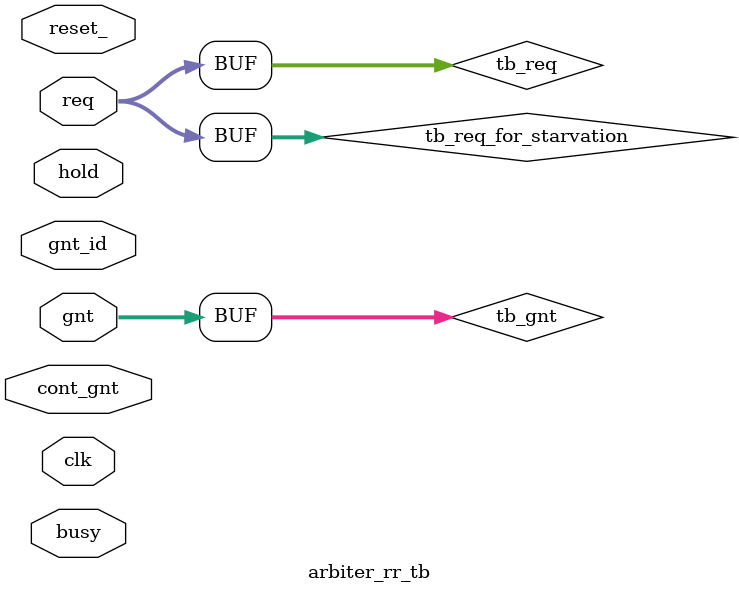
<source format=sv>
module arbiter_rr_tb (
clk, reset_, req, gnt, gnt_id, busy, hold, cont_gnt);

    parameter       NUM_OF_CLIENTS = 6;

localparam tb_num_client_req_width = $clog2(NUM_OF_CLIENTS); 
localparam busy_latency_width = $clog2(NUM_OF_CLIENTS);
localparam cont_gnt_latency_width = $clog2(NUM_OF_CLIENTS);
localparam hold_latency_width = $clog2(NUM_OF_CLIENTS);

input clk;
input reset_;//clock and reset
input busy; //busy 
input hold;//hold
input [NUM_OF_CLIENTS-1 : 0] req;
input [NUM_OF_CLIENTS-1 : 0] gnt;//request and grant. grant is assumed to be one hot.
input [tb_num_client_req_width-1:0] gnt_id;
input cont_gnt; //same as cont_gnt from arbgen


wire tb_reset;
assign tb_reset = (reset_ == 1'b0);

wire [NUM_OF_CLIENTS-1 : 0] tb_req;
wire [NUM_OF_CLIENTS-1 : 0] tb_gnt;
wire [NUM_OF_CLIENTS-1 : 0] tb_req_for_starvation;
wire [NUM_OF_CLIENTS-1 : 0] tb_hold;

genvar a;
assign tb_req = req;
assign tb_gnt = gnt;
assign tb_req_for_starvation = req;

reg [NUM_OF_CLIENTS-1 : 0] last_gnt;
always @(posedge clk) begin
    if (!reset_) begin 
        last_gnt <= 0; 
   end else if (|tb_gnt && !cont_gnt) begin 
        last_gnt <= tb_gnt; 
    end
end

genvar i;
reg [NUM_OF_CLIENTS-1 : 0] req_seen_flag;
for (i = 0; i < NUM_OF_CLIENTS; i++) begin
    always @(posedge clk) begin
        if (!reset_) begin req_seen_flag[i] <= 0; end
        else if (tb_req_for_starvation[i] && tb_gnt[i]) begin req_seen_flag[i] <= 0; end
        else if (tb_req_for_starvation[i]) begin req_seen_flag[i] <= 1; end
        else if (tb_gnt[i]) begin req_seen_flag[i] <= 0; end
    end
end

wire [NUM_OF_CLIENTS-1 : 0] valid_request_mask_rr = (last_gnt < tb_gnt) ? (tb_gnt - last_gnt - last_gnt) : (
                                                (last_gnt > tb_gnt) ? ~(last_gnt - tb_gnt | last_gnt) :
                                                ~tb_gnt);

endmodule
</source>
